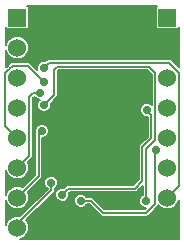
<source format=gbl>
G04 (created by PCBNEW-RS274X (2012-01-19 BZR 3256)-stable) date 2013-01-22 오후 1:13:22*
G01*
G70*
G90*
%MOIN*%
G04 Gerber Fmt 3.4, Leading zero omitted, Abs format*
%FSLAX34Y34*%
G04 APERTURE LIST*
%ADD10C,0.006000*%
%ADD11C,0.028000*%
%ADD12R,0.060000X0.060000*%
%ADD13C,0.060000*%
G04 APERTURE END LIST*
G54D10*
G54D11*
X43750Y-40950D03*
X44150Y-40950D03*
X44550Y-40950D03*
X43750Y-41350D03*
X44150Y-41350D03*
X44550Y-41350D03*
X43750Y-41750D03*
X44150Y-41750D03*
X44550Y-41750D03*
X43750Y-42150D03*
X44150Y-42150D03*
X44550Y-42150D03*
X43750Y-42550D03*
X44150Y-42550D03*
X44550Y-42550D03*
G54D12*
X41650Y-38200D03*
G54D13*
X41650Y-39200D03*
X41650Y-40200D03*
X41650Y-41200D03*
X41650Y-42200D03*
X41650Y-43200D03*
X41650Y-44200D03*
X41650Y-45200D03*
G54D12*
X46650Y-38200D03*
G54D13*
X46650Y-39200D03*
X46650Y-40200D03*
X46650Y-41200D03*
X46650Y-42200D03*
X46650Y-43200D03*
X46650Y-44200D03*
X46650Y-45200D03*
G54D11*
X42780Y-43700D03*
X42530Y-39880D03*
X43760Y-44300D03*
X46260Y-42610D03*
X43150Y-44100D03*
X45960Y-41280D03*
X42540Y-40340D03*
X42410Y-40700D03*
X42470Y-41980D03*
X44550Y-40500D03*
X43750Y-40100D03*
X44150Y-40100D03*
X44150Y-40500D03*
X44550Y-40100D03*
X44550Y-43100D03*
X43750Y-43100D03*
X44150Y-43100D03*
X44550Y-43500D03*
X43750Y-43500D03*
X44150Y-43500D03*
X43750Y-40500D03*
X45950Y-44320D03*
X42540Y-41120D03*
G54D10*
X42780Y-43700D02*
X42780Y-43950D01*
X42780Y-43950D02*
X41650Y-45080D01*
X41650Y-45080D02*
X41650Y-45200D01*
X46710Y-39700D02*
X47050Y-40040D01*
X42530Y-39880D02*
X42710Y-39700D01*
X47050Y-40040D02*
X47050Y-43800D01*
X42710Y-39700D02*
X46710Y-39700D01*
X47050Y-43800D02*
X46650Y-44200D01*
X46250Y-44400D02*
X45940Y-44710D01*
X46260Y-42610D02*
X46250Y-42620D01*
X45940Y-44710D02*
X44500Y-44710D01*
X46250Y-42620D02*
X46250Y-44330D01*
X43760Y-44300D02*
X44090Y-44300D01*
X46250Y-44330D02*
X46250Y-44400D01*
X44090Y-44300D02*
X44500Y-44710D01*
X46114Y-42216D02*
X45820Y-42510D01*
X46114Y-41434D02*
X46114Y-42216D01*
X45560Y-43900D02*
X45820Y-43640D01*
X43150Y-44100D02*
X43350Y-43900D01*
X45960Y-41280D02*
X46114Y-41434D01*
X43350Y-43900D02*
X45560Y-43900D01*
X45820Y-42510D02*
X45820Y-43640D01*
X41375Y-39915D02*
X41250Y-40040D01*
X41250Y-41800D02*
X41650Y-42200D01*
X41490Y-39800D02*
X42000Y-39800D01*
X42000Y-39800D02*
X42540Y-40340D01*
X41375Y-39915D02*
X41490Y-39800D01*
X41250Y-40040D02*
X41250Y-41800D01*
X42180Y-40700D02*
X42410Y-40700D01*
X42050Y-40830D02*
X42050Y-42800D01*
X42050Y-42800D02*
X41650Y-43200D01*
X42050Y-40830D02*
X42180Y-40700D01*
X42470Y-41980D02*
X42360Y-42090D01*
X42360Y-42090D02*
X42360Y-43490D01*
X42360Y-43490D02*
X41650Y-44200D01*
X44550Y-40100D02*
X44550Y-40500D01*
X44550Y-43500D02*
X44550Y-43100D01*
X44150Y-40500D02*
X43750Y-40500D01*
X43750Y-40100D02*
X44150Y-40100D01*
X44150Y-43100D02*
X43750Y-43100D01*
X43750Y-43500D02*
X44150Y-43500D01*
X45950Y-44320D02*
X45950Y-42720D01*
X46250Y-42270D02*
X46250Y-40870D01*
X42540Y-41120D02*
X42870Y-40790D01*
X43890Y-39830D02*
X46030Y-39830D01*
X45950Y-42570D02*
X46250Y-42270D01*
X42870Y-40790D02*
X42870Y-40450D01*
X42970Y-39830D02*
X42870Y-39930D01*
X42870Y-39930D02*
X42870Y-40450D01*
X45950Y-42720D02*
X45950Y-42570D01*
X46030Y-39830D02*
X46250Y-40050D01*
X43890Y-39830D02*
X42970Y-39830D01*
X46250Y-40050D02*
X46250Y-40870D01*
G36*
X47035Y-39855D02*
X46795Y-39615D01*
X46756Y-39589D01*
X46710Y-39580D01*
X42710Y-39580D01*
X42664Y-39589D01*
X42625Y-39615D01*
X42623Y-39617D01*
X42586Y-39654D01*
X42576Y-39650D01*
X42485Y-39650D01*
X42400Y-39685D01*
X42336Y-39749D01*
X42300Y-39834D01*
X42300Y-39925D01*
X42303Y-39934D01*
X42085Y-39715D01*
X42046Y-39689D01*
X42000Y-39680D01*
X41490Y-39680D01*
X41444Y-39689D01*
X41405Y-39715D01*
X41403Y-39717D01*
X41290Y-39830D01*
X41288Y-39832D01*
X41265Y-39855D01*
X41265Y-39286D01*
X41320Y-39420D01*
X41429Y-39530D01*
X41572Y-39589D01*
X41727Y-39589D01*
X41870Y-39530D01*
X41980Y-39421D01*
X42039Y-39278D01*
X42039Y-39123D01*
X41980Y-38980D01*
X41871Y-38870D01*
X41728Y-38811D01*
X41573Y-38811D01*
X41430Y-38870D01*
X41320Y-38979D01*
X41265Y-39112D01*
X41265Y-38527D01*
X41275Y-38551D01*
X41300Y-38576D01*
X41333Y-38589D01*
X41368Y-38589D01*
X41968Y-38589D01*
X42001Y-38575D01*
X42026Y-38550D01*
X42039Y-38517D01*
X42039Y-38482D01*
X42039Y-37882D01*
X42025Y-37849D01*
X42000Y-37824D01*
X41977Y-37815D01*
X46322Y-37815D01*
X46299Y-37825D01*
X46274Y-37850D01*
X46261Y-37883D01*
X46261Y-37918D01*
X46261Y-38518D01*
X46275Y-38551D01*
X46300Y-38576D01*
X46333Y-38589D01*
X46368Y-38589D01*
X46968Y-38589D01*
X47001Y-38575D01*
X47026Y-38550D01*
X47035Y-38527D01*
X47035Y-39855D01*
X47035Y-39855D01*
G37*
X47035Y-39855D02*
X46795Y-39615D01*
X46756Y-39589D01*
X46710Y-39580D01*
X42710Y-39580D01*
X42664Y-39589D01*
X42625Y-39615D01*
X42623Y-39617D01*
X42586Y-39654D01*
X42576Y-39650D01*
X42485Y-39650D01*
X42400Y-39685D01*
X42336Y-39749D01*
X42300Y-39834D01*
X42300Y-39925D01*
X42303Y-39934D01*
X42085Y-39715D01*
X42046Y-39689D01*
X42000Y-39680D01*
X41490Y-39680D01*
X41444Y-39689D01*
X41405Y-39715D01*
X41403Y-39717D01*
X41290Y-39830D01*
X41288Y-39832D01*
X41265Y-39855D01*
X41265Y-39286D01*
X41320Y-39420D01*
X41429Y-39530D01*
X41572Y-39589D01*
X41727Y-39589D01*
X41870Y-39530D01*
X41980Y-39421D01*
X42039Y-39278D01*
X42039Y-39123D01*
X41980Y-38980D01*
X41871Y-38870D01*
X41728Y-38811D01*
X41573Y-38811D01*
X41430Y-38870D01*
X41320Y-38979D01*
X41265Y-39112D01*
X41265Y-38527D01*
X41275Y-38551D01*
X41300Y-38576D01*
X41333Y-38589D01*
X41368Y-38589D01*
X41968Y-38589D01*
X42001Y-38575D01*
X42026Y-38550D01*
X42039Y-38517D01*
X42039Y-38482D01*
X42039Y-37882D01*
X42025Y-37849D01*
X42000Y-37824D01*
X41977Y-37815D01*
X46322Y-37815D01*
X46299Y-37825D01*
X46274Y-37850D01*
X46261Y-37883D01*
X46261Y-37918D01*
X46261Y-38518D01*
X46275Y-38551D01*
X46300Y-38576D01*
X46333Y-38589D01*
X46368Y-38589D01*
X46968Y-38589D01*
X47001Y-38575D01*
X47026Y-38550D01*
X47035Y-38527D01*
X47035Y-39855D01*
G36*
X47035Y-45585D02*
X41736Y-45585D01*
X41870Y-45530D01*
X41980Y-45421D01*
X42039Y-45278D01*
X42039Y-45123D01*
X41980Y-44980D01*
X41950Y-44949D01*
X42865Y-44035D01*
X42891Y-43996D01*
X42900Y-43950D01*
X42900Y-43899D01*
X42910Y-43895D01*
X42974Y-43831D01*
X43010Y-43746D01*
X43010Y-43655D01*
X42975Y-43570D01*
X42911Y-43506D01*
X42826Y-43470D01*
X42735Y-43470D01*
X42650Y-43505D01*
X42586Y-43569D01*
X42550Y-43654D01*
X42550Y-43745D01*
X42585Y-43830D01*
X42649Y-43894D01*
X42660Y-43898D01*
X42660Y-43899D01*
X42660Y-43900D01*
X41742Y-44817D01*
X41728Y-44811D01*
X41573Y-44811D01*
X41430Y-44870D01*
X41320Y-44979D01*
X41265Y-45112D01*
X41265Y-44286D01*
X41320Y-44420D01*
X41429Y-44530D01*
X41572Y-44589D01*
X41727Y-44589D01*
X41870Y-44530D01*
X41980Y-44421D01*
X42039Y-44278D01*
X42039Y-44123D01*
X41997Y-44022D01*
X42445Y-43575D01*
X42471Y-43536D01*
X42480Y-43490D01*
X42480Y-42210D01*
X42515Y-42210D01*
X42600Y-42175D01*
X42664Y-42111D01*
X42700Y-42026D01*
X42700Y-41935D01*
X42665Y-41850D01*
X42601Y-41786D01*
X42516Y-41750D01*
X42425Y-41750D01*
X42340Y-41785D01*
X42276Y-41849D01*
X42240Y-41934D01*
X42240Y-42025D01*
X42248Y-42045D01*
X42240Y-42090D01*
X42240Y-43440D01*
X41827Y-43852D01*
X41728Y-43811D01*
X41573Y-43811D01*
X41430Y-43870D01*
X41320Y-43979D01*
X41265Y-44112D01*
X41265Y-43286D01*
X41320Y-43420D01*
X41429Y-43530D01*
X41572Y-43589D01*
X41727Y-43589D01*
X41870Y-43530D01*
X41980Y-43421D01*
X42039Y-43278D01*
X42039Y-43123D01*
X41997Y-43022D01*
X42132Y-42886D01*
X42134Y-42885D01*
X42135Y-42885D01*
X42161Y-42846D01*
X42170Y-42800D01*
X42170Y-40879D01*
X42217Y-40832D01*
X42279Y-40894D01*
X42364Y-40930D01*
X42405Y-40930D01*
X42346Y-40989D01*
X42310Y-41074D01*
X42310Y-41165D01*
X42345Y-41250D01*
X42409Y-41314D01*
X42494Y-41350D01*
X42585Y-41350D01*
X42670Y-41315D01*
X42734Y-41251D01*
X42770Y-41166D01*
X42770Y-41075D01*
X42765Y-41064D01*
X42952Y-40876D01*
X42954Y-40875D01*
X42955Y-40875D01*
X42981Y-40836D01*
X42990Y-40790D01*
X42990Y-40450D01*
X42990Y-39980D01*
X43020Y-39950D01*
X43890Y-39950D01*
X45980Y-39950D01*
X46130Y-40100D01*
X46130Y-40870D01*
X46130Y-41125D01*
X46091Y-41086D01*
X46006Y-41050D01*
X45915Y-41050D01*
X45830Y-41085D01*
X45766Y-41149D01*
X45730Y-41234D01*
X45730Y-41325D01*
X45765Y-41410D01*
X45829Y-41474D01*
X45914Y-41510D01*
X45994Y-41510D01*
X45994Y-42166D01*
X45735Y-42425D01*
X45709Y-42464D01*
X45700Y-42510D01*
X45700Y-43590D01*
X45510Y-43780D01*
X43350Y-43780D01*
X43349Y-43780D01*
X43340Y-43781D01*
X43304Y-43789D01*
X43265Y-43815D01*
X43263Y-43817D01*
X43206Y-43874D01*
X43196Y-43870D01*
X43105Y-43870D01*
X43020Y-43905D01*
X42956Y-43969D01*
X42920Y-44054D01*
X42920Y-44145D01*
X42955Y-44230D01*
X43019Y-44294D01*
X43104Y-44330D01*
X43195Y-44330D01*
X43280Y-44295D01*
X43344Y-44231D01*
X43380Y-44146D01*
X43380Y-44055D01*
X43375Y-44043D01*
X43399Y-44020D01*
X45560Y-44020D01*
X45606Y-44011D01*
X45645Y-43985D01*
X45830Y-43799D01*
X45830Y-44120D01*
X45820Y-44125D01*
X45756Y-44189D01*
X45720Y-44274D01*
X45720Y-44365D01*
X45755Y-44450D01*
X45819Y-44514D01*
X45904Y-44550D01*
X45930Y-44550D01*
X45890Y-44590D01*
X44549Y-44590D01*
X44175Y-44215D01*
X44136Y-44189D01*
X44090Y-44180D01*
X43959Y-44180D01*
X43955Y-44170D01*
X43891Y-44106D01*
X43806Y-44070D01*
X43715Y-44070D01*
X43630Y-44105D01*
X43566Y-44169D01*
X43530Y-44254D01*
X43530Y-44345D01*
X43565Y-44430D01*
X43629Y-44494D01*
X43714Y-44530D01*
X43805Y-44530D01*
X43890Y-44495D01*
X43954Y-44431D01*
X43958Y-44420D01*
X44040Y-44420D01*
X44413Y-44792D01*
X44415Y-44795D01*
X44453Y-44820D01*
X44454Y-44821D01*
X44490Y-44828D01*
X44499Y-44830D01*
X44499Y-44829D01*
X44500Y-44830D01*
X45940Y-44830D01*
X45986Y-44821D01*
X46025Y-44795D01*
X46335Y-44485D01*
X46354Y-44455D01*
X46429Y-44530D01*
X46572Y-44589D01*
X46727Y-44589D01*
X46870Y-44530D01*
X46980Y-44421D01*
X47035Y-44287D01*
X47035Y-45585D01*
X47035Y-45585D01*
G37*
X47035Y-45585D02*
X41736Y-45585D01*
X41870Y-45530D01*
X41980Y-45421D01*
X42039Y-45278D01*
X42039Y-45123D01*
X41980Y-44980D01*
X41950Y-44949D01*
X42865Y-44035D01*
X42891Y-43996D01*
X42900Y-43950D01*
X42900Y-43899D01*
X42910Y-43895D01*
X42974Y-43831D01*
X43010Y-43746D01*
X43010Y-43655D01*
X42975Y-43570D01*
X42911Y-43506D01*
X42826Y-43470D01*
X42735Y-43470D01*
X42650Y-43505D01*
X42586Y-43569D01*
X42550Y-43654D01*
X42550Y-43745D01*
X42585Y-43830D01*
X42649Y-43894D01*
X42660Y-43898D01*
X42660Y-43899D01*
X42660Y-43900D01*
X41742Y-44817D01*
X41728Y-44811D01*
X41573Y-44811D01*
X41430Y-44870D01*
X41320Y-44979D01*
X41265Y-45112D01*
X41265Y-44286D01*
X41320Y-44420D01*
X41429Y-44530D01*
X41572Y-44589D01*
X41727Y-44589D01*
X41870Y-44530D01*
X41980Y-44421D01*
X42039Y-44278D01*
X42039Y-44123D01*
X41997Y-44022D01*
X42445Y-43575D01*
X42471Y-43536D01*
X42480Y-43490D01*
X42480Y-42210D01*
X42515Y-42210D01*
X42600Y-42175D01*
X42664Y-42111D01*
X42700Y-42026D01*
X42700Y-41935D01*
X42665Y-41850D01*
X42601Y-41786D01*
X42516Y-41750D01*
X42425Y-41750D01*
X42340Y-41785D01*
X42276Y-41849D01*
X42240Y-41934D01*
X42240Y-42025D01*
X42248Y-42045D01*
X42240Y-42090D01*
X42240Y-43440D01*
X41827Y-43852D01*
X41728Y-43811D01*
X41573Y-43811D01*
X41430Y-43870D01*
X41320Y-43979D01*
X41265Y-44112D01*
X41265Y-43286D01*
X41320Y-43420D01*
X41429Y-43530D01*
X41572Y-43589D01*
X41727Y-43589D01*
X41870Y-43530D01*
X41980Y-43421D01*
X42039Y-43278D01*
X42039Y-43123D01*
X41997Y-43022D01*
X42132Y-42886D01*
X42134Y-42885D01*
X42135Y-42885D01*
X42161Y-42846D01*
X42170Y-42800D01*
X42170Y-40879D01*
X42217Y-40832D01*
X42279Y-40894D01*
X42364Y-40930D01*
X42405Y-40930D01*
X42346Y-40989D01*
X42310Y-41074D01*
X42310Y-41165D01*
X42345Y-41250D01*
X42409Y-41314D01*
X42494Y-41350D01*
X42585Y-41350D01*
X42670Y-41315D01*
X42734Y-41251D01*
X42770Y-41166D01*
X42770Y-41075D01*
X42765Y-41064D01*
X42952Y-40876D01*
X42954Y-40875D01*
X42955Y-40875D01*
X42981Y-40836D01*
X42990Y-40790D01*
X42990Y-40450D01*
X42990Y-39980D01*
X43020Y-39950D01*
X43890Y-39950D01*
X45980Y-39950D01*
X46130Y-40100D01*
X46130Y-40870D01*
X46130Y-41125D01*
X46091Y-41086D01*
X46006Y-41050D01*
X45915Y-41050D01*
X45830Y-41085D01*
X45766Y-41149D01*
X45730Y-41234D01*
X45730Y-41325D01*
X45765Y-41410D01*
X45829Y-41474D01*
X45914Y-41510D01*
X45994Y-41510D01*
X45994Y-42166D01*
X45735Y-42425D01*
X45709Y-42464D01*
X45700Y-42510D01*
X45700Y-43590D01*
X45510Y-43780D01*
X43350Y-43780D01*
X43349Y-43780D01*
X43340Y-43781D01*
X43304Y-43789D01*
X43265Y-43815D01*
X43263Y-43817D01*
X43206Y-43874D01*
X43196Y-43870D01*
X43105Y-43870D01*
X43020Y-43905D01*
X42956Y-43969D01*
X42920Y-44054D01*
X42920Y-44145D01*
X42955Y-44230D01*
X43019Y-44294D01*
X43104Y-44330D01*
X43195Y-44330D01*
X43280Y-44295D01*
X43344Y-44231D01*
X43380Y-44146D01*
X43380Y-44055D01*
X43375Y-44043D01*
X43399Y-44020D01*
X45560Y-44020D01*
X45606Y-44011D01*
X45645Y-43985D01*
X45830Y-43799D01*
X45830Y-44120D01*
X45820Y-44125D01*
X45756Y-44189D01*
X45720Y-44274D01*
X45720Y-44365D01*
X45755Y-44450D01*
X45819Y-44514D01*
X45904Y-44550D01*
X45930Y-44550D01*
X45890Y-44590D01*
X44549Y-44590D01*
X44175Y-44215D01*
X44136Y-44189D01*
X44090Y-44180D01*
X43959Y-44180D01*
X43955Y-44170D01*
X43891Y-44106D01*
X43806Y-44070D01*
X43715Y-44070D01*
X43630Y-44105D01*
X43566Y-44169D01*
X43530Y-44254D01*
X43530Y-44345D01*
X43565Y-44430D01*
X43629Y-44494D01*
X43714Y-44530D01*
X43805Y-44530D01*
X43890Y-44495D01*
X43954Y-44431D01*
X43958Y-44420D01*
X44040Y-44420D01*
X44413Y-44792D01*
X44415Y-44795D01*
X44453Y-44820D01*
X44454Y-44821D01*
X44490Y-44828D01*
X44499Y-44830D01*
X44499Y-44829D01*
X44500Y-44830D01*
X45940Y-44830D01*
X45986Y-44821D01*
X46025Y-44795D01*
X46335Y-44485D01*
X46354Y-44455D01*
X46429Y-44530D01*
X46572Y-44589D01*
X46727Y-44589D01*
X46870Y-44530D01*
X46980Y-44421D01*
X47035Y-44287D01*
X47035Y-45585D01*
M02*

</source>
